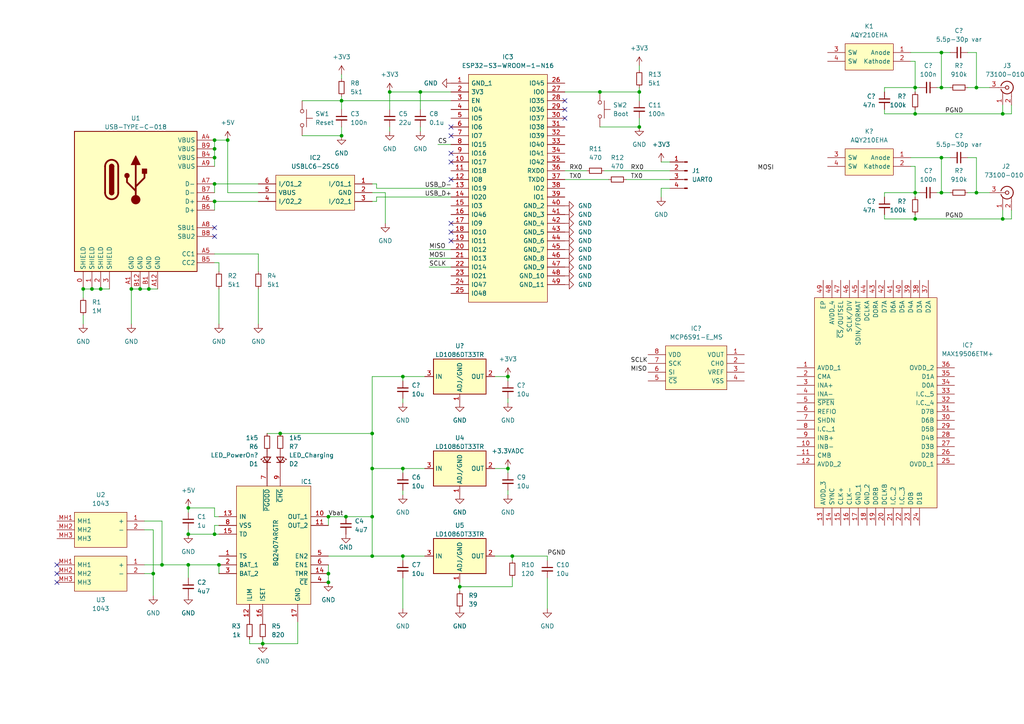
<source format=kicad_sch>
(kicad_sch (version 20211123) (generator eeschema)
  (paper "A4")
  (junction (at 107.95 161.29))
  (junction (at 265.43 55.88))
  (junction (at 29.21 83.82))
  (junction (at 116.84 109.22))
  (junction (at 107.95 135.89))
  (junction (at 24.13 83.82))
  (junction (at 147.32 109.22))
  (junction (at 76.2 186.69))
  (junction (at 147.32 135.89))
  (junction (at 265.43 63.5))
  (junction (at 107.95 149.86))
  (junction (at 185.42 26.67))
  (junction (at 100.33 149.86))
  (junction (at 107.95 125.73))
  (junction (at 273.05 25.4))
  (junction (at 283.21 25.4))
  (junction (at 265.43 25.4))
  (junction (at 185.42 36.83))
  (junction (at 273.05 55.88))
  (junction (at 62.23 58.42))
  (junction (at 81.28 125.73))
  (junction (at 40.64 83.82))
  (junction (at 54.61 163.83))
  (junction (at 283.21 55.88))
  (junction (at 54.61 147.32))
  (junction (at 113.03 26.67))
  (junction (at 273.05 15.24))
  (junction (at 62.23 45.72))
  (junction (at 95.25 166.37))
  (junction (at 148.59 161.29))
  (junction (at 173.99 26.67))
  (junction (at 38.1 83.82))
  (junction (at 62.23 154.94))
  (junction (at 99.06 29.21))
  (junction (at 290.83 63.5))
  (junction (at 265.43 33.02))
  (junction (at 99.06 39.37))
  (junction (at 62.23 40.64))
  (junction (at 46.99 163.83))
  (junction (at 62.23 43.18))
  (junction (at 26.67 83.82))
  (junction (at 63.5 163.83))
  (junction (at 273.05 45.72))
  (junction (at 54.61 154.94))
  (junction (at 62.23 53.34))
  (junction (at 121.92 26.67))
  (junction (at 116.84 135.89))
  (junction (at 95.25 168.91))
  (junction (at 43.18 83.82))
  (junction (at 290.83 33.02))
  (junction (at 95.25 149.86))
  (junction (at 44.45 166.37))
  (junction (at 133.35 170.18))
  (junction (at 116.84 161.29))
  (junction (at 66.04 40.64))
  (no_connect (at 16.51 166.37))
  (no_connect (at 16.51 163.83))
  (no_connect (at 16.51 168.91))
  (no_connect (at 62.23 66.04))
  (no_connect (at 62.23 68.58))
  (no_connect (at 163.83 31.75))
  (no_connect (at 163.83 34.29))
  (no_connect (at 130.81 36.83))
  (no_connect (at 130.81 39.37))
  (no_connect (at 130.81 52.07))
  (no_connect (at 130.81 44.45))
  (no_connect (at 130.81 46.99))
  (no_connect (at 130.81 64.77))
  (no_connect (at 130.81 67.31))
  (no_connect (at 130.81 69.85))
  (no_connect (at 163.83 29.21))
  (wire (pts (xy 54.61 154.94) (xy 62.23 154.94)))
  (wire (pts (xy 24.13 91.44) (xy 24.13 93.98)))
  (wire (pts (xy 62.23 73.66) (xy 74.93 73.66)))
  (wire (pts (xy 194.31 54.61) (xy 191.77 54.61)))
  (wire (pts (xy 148.59 162.56) (xy 148.59 161.29)))
  (wire (pts (xy 44.45 153.67) (xy 44.45 166.37)))
  (wire (pts (xy 265.43 17.78) (xy 265.43 25.4)))
  (wire (pts (xy 107.95 135.89) (xy 116.84 135.89)))
  (wire (pts (xy 99.06 29.21) (xy 130.81 29.21)))
  (wire (pts (xy 95.25 163.83) (xy 95.25 166.37)))
  (wire (pts (xy 273.05 25.4) (xy 271.78 25.4)))
  (wire (pts (xy 265.43 17.78) (xy 264.16 17.78)))
  (wire (pts (xy 181.61 52.07) (xy 194.31 52.07)))
  (wire (pts (xy 99.06 36.83) (xy 99.06 39.37)))
  (wire (pts (xy 72.39 185.42) (xy 72.39 186.69)))
  (wire (pts (xy 109.22 57.15) (xy 109.22 58.42)))
  (wire (pts (xy 62.23 154.94) (xy 62.23 152.4)))
  (wire (pts (xy 86.36 186.69) (xy 86.36 180.34)))
  (wire (pts (xy 163.83 26.67) (xy 173.99 26.67)))
  (wire (pts (xy 266.7 25.4) (xy 265.43 25.4)))
  (wire (pts (xy 62.23 149.86) (xy 62.23 147.32)))
  (wire (pts (xy 280.67 45.72) (xy 283.21 45.72)))
  (wire (pts (xy 147.32 135.89) (xy 147.32 137.16)))
  (wire (pts (xy 66.04 55.88) (xy 74.93 55.88)))
  (wire (pts (xy 275.59 55.88) (xy 273.05 55.88)))
  (wire (pts (xy 62.23 45.72) (xy 62.23 48.26)))
  (wire (pts (xy 273.05 15.24) (xy 273.05 25.4)))
  (wire (pts (xy 113.03 36.83) (xy 113.03 38.1)))
  (wire (pts (xy 265.43 31.75) (xy 265.43 33.02)))
  (wire (pts (xy 76.2 186.69) (xy 86.36 186.69)))
  (wire (pts (xy 143.51 135.89) (xy 147.32 135.89)))
  (wire (pts (xy 130.81 54.61) (xy 109.22 54.61)))
  (wire (pts (xy 265.43 25.4) (xy 256.54 25.4)))
  (wire (pts (xy 41.91 163.83) (xy 46.99 163.83)))
  (wire (pts (xy 43.18 83.82) (xy 45.72 83.82)))
  (wire (pts (xy 62.23 152.4) (xy 63.5 152.4)))
  (wire (pts (xy 63.5 83.82) (xy 63.5 93.98)))
  (wire (pts (xy 62.23 43.18) (xy 62.23 45.72)))
  (wire (pts (xy 109.22 54.61) (xy 109.22 53.34)))
  (wire (pts (xy 147.32 143.51) (xy 147.32 142.24)))
  (wire (pts (xy 44.45 166.37) (xy 44.45 172.72)))
  (wire (pts (xy 148.59 161.29) (xy 158.75 161.29)))
  (wire (pts (xy 121.92 26.67) (xy 121.92 31.75)))
  (wire (pts (xy 95.25 149.86) (xy 100.33 149.86)))
  (wire (pts (xy 191.77 54.61) (xy 191.77 57.15)))
  (wire (pts (xy 147.32 116.84) (xy 147.32 115.57)))
  (wire (pts (xy 256.54 63.5) (xy 265.43 63.5)))
  (wire (pts (xy 116.84 116.84) (xy 116.84 115.57)))
  (wire (pts (xy 290.83 60.96) (xy 290.83 63.5)))
  (wire (pts (xy 124.46 74.93) (xy 130.81 74.93)))
  (wire (pts (xy 173.99 26.67) (xy 185.42 26.67)))
  (wire (pts (xy 290.83 33.02) (xy 293.37 33.02)))
  (wire (pts (xy 275.59 15.24) (xy 273.05 15.24)))
  (wire (pts (xy 24.13 83.82) (xy 26.67 83.82)))
  (wire (pts (xy 283.21 25.4) (xy 280.67 25.4)))
  (wire (pts (xy 265.43 55.88) (xy 256.54 55.88)))
  (wire (pts (xy 123.19 109.22) (xy 116.84 109.22)))
  (wire (pts (xy 54.61 147.32) (xy 54.61 148.59)))
  (wire (pts (xy 38.1 83.82) (xy 40.64 83.82)))
  (wire (pts (xy 143.51 109.22) (xy 147.32 109.22)))
  (wire (pts (xy 87.63 29.21) (xy 99.06 29.21)))
  (wire (pts (xy 24.13 83.82) (xy 24.13 86.36)))
  (wire (pts (xy 265.43 25.4) (xy 265.43 26.67)))
  (wire (pts (xy 109.22 53.34) (xy 107.95 53.34)))
  (wire (pts (xy 265.43 63.5) (xy 290.83 63.5)))
  (wire (pts (xy 158.75 176.53) (xy 158.75 167.64)))
  (wire (pts (xy 107.95 55.88) (xy 111.76 55.88)))
  (wire (pts (xy 266.7 55.88) (xy 265.43 55.88)))
  (wire (pts (xy 26.67 83.82) (xy 29.21 83.82)))
  (wire (pts (xy 62.23 40.64) (xy 62.23 43.18)))
  (wire (pts (xy 76.2 185.42) (xy 76.2 186.69)))
  (wire (pts (xy 283.21 55.88) (xy 280.67 55.88)))
  (wire (pts (xy 275.59 45.72) (xy 273.05 45.72)))
  (wire (pts (xy 113.03 26.67) (xy 121.92 26.67)))
  (wire (pts (xy 54.61 163.83) (xy 63.5 163.83)))
  (wire (pts (xy 62.23 76.2) (xy 63.5 76.2)))
  (wire (pts (xy 40.64 83.82) (xy 43.18 83.82)))
  (wire (pts (xy 265.43 55.88) (xy 265.43 57.15)))
  (wire (pts (xy 99.06 27.94) (xy 99.06 29.21)))
  (wire (pts (xy 41.91 153.67) (xy 44.45 153.67)))
  (wire (pts (xy 127 41.91) (xy 130.81 41.91)))
  (wire (pts (xy 256.54 25.4) (xy 256.54 26.67)))
  (wire (pts (xy 191.77 46.99) (xy 194.31 46.99)))
  (wire (pts (xy 148.59 170.18) (xy 133.35 170.18)))
  (wire (pts (xy 107.95 161.29) (xy 95.25 161.29)))
  (wire (pts (xy 293.37 63.5) (xy 293.37 60.96)))
  (wire (pts (xy 54.61 163.83) (xy 54.61 167.64)))
  (wire (pts (xy 116.84 143.51) (xy 116.84 142.24)))
  (wire (pts (xy 116.84 176.53) (xy 116.84 167.64)))
  (wire (pts (xy 46.99 163.83) (xy 54.61 163.83)))
  (wire (pts (xy 124.46 77.47) (xy 130.81 77.47)))
  (wire (pts (xy 116.84 135.89) (xy 116.84 137.16)))
  (wire (pts (xy 256.54 33.02) (xy 265.43 33.02)))
  (wire (pts (xy 99.06 29.21) (xy 99.06 31.75)))
  (wire (pts (xy 63.5 76.2) (xy 63.5 78.74)))
  (wire (pts (xy 74.93 83.82) (xy 74.93 93.98)))
  (wire (pts (xy 273.05 45.72) (xy 264.16 45.72)))
  (wire (pts (xy 283.21 45.72) (xy 283.21 55.88)))
  (wire (pts (xy 173.99 36.83) (xy 185.42 36.83)))
  (wire (pts (xy 124.46 72.39) (xy 130.81 72.39)))
  (wire (pts (xy 185.42 34.29) (xy 185.42 36.83)))
  (wire (pts (xy 158.75 161.29) (xy 158.75 162.56)))
  (wire (pts (xy 175.26 49.53) (xy 194.31 49.53)))
  (wire (pts (xy 46.99 151.13) (xy 46.99 163.83)))
  (wire (pts (xy 109.22 58.42) (xy 107.95 58.42)))
  (wire (pts (xy 107.95 109.22) (xy 116.84 109.22)))
  (wire (pts (xy 107.95 135.89) (xy 107.95 149.86)))
  (wire (pts (xy 290.83 30.48) (xy 290.83 33.02)))
  (wire (pts (xy 62.23 58.42) (xy 62.23 60.96)))
  (wire (pts (xy 62.23 58.42) (xy 74.93 58.42)))
  (wire (pts (xy 185.42 19.05) (xy 185.42 20.32)))
  (wire (pts (xy 265.43 62.23) (xy 265.43 63.5)))
  (wire (pts (xy 148.59 167.64) (xy 148.59 170.18)))
  (wire (pts (xy 116.84 109.22) (xy 116.84 110.49)))
  (wire (pts (xy 113.03 26.67) (xy 113.03 31.75)))
  (wire (pts (xy 107.95 149.86) (xy 107.95 161.29)))
  (wire (pts (xy 107.95 125.73) (xy 107.95 135.89)))
  (wire (pts (xy 116.84 161.29) (xy 123.19 161.29)))
  (wire (pts (xy 256.54 31.75) (xy 256.54 33.02)))
  (wire (pts (xy 280.67 15.24) (xy 283.21 15.24)))
  (wire (pts (xy 283.21 15.24) (xy 283.21 25.4)))
  (wire (pts (xy 41.91 151.13) (xy 46.99 151.13)))
  (wire (pts (xy 163.83 49.53) (xy 170.18 49.53)))
  (wire (pts (xy 293.37 33.02) (xy 293.37 30.48)))
  (wire (pts (xy 38.1 83.82) (xy 38.1 93.98)))
  (wire (pts (xy 130.81 57.15) (xy 109.22 57.15)))
  (wire (pts (xy 95.25 149.86) (xy 95.25 152.4)))
  (wire (pts (xy 273.05 45.72) (xy 273.05 55.88)))
  (wire (pts (xy 116.84 161.29) (xy 116.84 162.56)))
  (wire (pts (xy 265.43 48.26) (xy 264.16 48.26)))
  (wire (pts (xy 87.63 39.37) (xy 99.06 39.37)))
  (wire (pts (xy 147.32 109.22) (xy 147.32 110.49)))
  (wire (pts (xy 148.59 161.29) (xy 143.51 161.29)))
  (wire (pts (xy 275.59 25.4) (xy 273.05 25.4)))
  (wire (pts (xy 99.06 21.59) (xy 99.06 22.86)))
  (wire (pts (xy 107.95 161.29) (xy 116.84 161.29)))
  (wire (pts (xy 121.92 26.67) (xy 130.81 26.67)))
  (wire (pts (xy 121.92 36.83) (xy 121.92 38.1)))
  (wire (pts (xy 290.83 63.5) (xy 293.37 63.5)))
  (wire (pts (xy 62.23 147.32) (xy 54.61 147.32)))
  (wire (pts (xy 133.35 168.91) (xy 133.35 170.18)))
  (wire (pts (xy 111.76 55.88) (xy 111.76 64.77)))
  (wire (pts (xy 273.05 55.88) (xy 271.78 55.88)))
  (wire (pts (xy 62.23 53.34) (xy 74.93 53.34)))
  (wire (pts (xy 72.39 186.69) (xy 76.2 186.69)))
  (wire (pts (xy 123.19 135.89) (xy 116.84 135.89)))
  (wire (pts (xy 107.95 125.73) (xy 107.95 109.22)))
  (wire (pts (xy 287.02 25.4) (xy 283.21 25.4)))
  (wire (pts (xy 185.42 25.4) (xy 185.42 26.67)))
  (wire (pts (xy 265.43 48.26) (xy 265.43 55.88)))
  (wire (pts (xy 133.35 170.18) (xy 133.35 171.45)))
  (wire (pts (xy 63.5 149.86) (xy 62.23 149.86)))
  (wire (pts (xy 62.23 53.34) (xy 62.23 55.88)))
  (wire (pts (xy 265.43 33.02) (xy 290.83 33.02)))
  (wire (pts (xy 256.54 55.88) (xy 256.54 57.15)))
  (wire (pts (xy 77.47 125.73) (xy 81.28 125.73)))
  (wire (pts (xy 62.23 40.64) (xy 66.04 40.64)))
  (wire (pts (xy 66.04 55.88) (xy 66.04 40.64)))
  (wire (pts (xy 81.28 125.73) (xy 107.95 125.73)))
  (wire (pts (xy 54.61 153.67) (xy 54.61 154.94)))
  (wire (pts (xy 63.5 163.83) (xy 63.5 166.37)))
  (wire (pts (xy 287.02 55.88) (xy 283.21 55.88)))
  (wire (pts (xy 62.23 154.94) (xy 63.5 154.94)))
  (wire (pts (xy 273.05 15.24) (xy 264.16 15.24)))
  (wire (pts (xy 256.54 62.23) (xy 256.54 63.5)))
  (wire (pts (xy 100.33 149.86) (xy 107.95 149.86)))
  (wire (pts (xy 74.93 73.66) (xy 74.93 78.74)))
  (wire (pts (xy 29.21 83.82) (xy 31.75 83.82)))
  (wire (pts (xy 44.45 166.37) (xy 41.91 166.37)))
  (wire (pts (xy 95.25 166.37) (xy 95.25 168.91)))
  (wire (pts (xy 185.42 26.67) (xy 185.42 29.21)))
  (wire (pts (xy 163.83 52.07) (xy 176.53 52.07)))
  (label "TX0" (at 182.88 52.07 0))
  (label "CS" (at 127 41.91 0))
  (label "MISO" (at 124.46 72.39 0))
  (label "USB_D+" (at 123.19 57.15 0))
  (label "TX0" (at 165.1 52.07 0))
  (label "Vbat" (at 95.25 149.86 0))
  (label "PGND" (at 279.4 63.5 180))
  (label "SCLK" (at 124.46 77.47 0))
  (label "RX0" (at 182.88 49.53 0))
  (label "USB_D-" (at 123.19 54.61 0))
  (label "PGND" (at 279.4 33.02 180))
  (label "SCLK" (at 182.88 105.41 0))
  (label "PGND" (at 158.75 161.29 0))
  (label "MOSI" (at 124.46 74.93 0))
  (label "RX0" (at 165.1 49.53 0))
  (label "MISO" (at 182.88 107.95 0))
  (label "MOSI" (at 219.71 49.53 0))
  (symbol (lib_id "Device:C_Small") (at 99.06 34.29 0) (unit 1)
    (property "Reference" "C3" (at 101.6 33.0262 0) (effects (justify left)))
    (property "Value" "100n" (at 101.6 35.5662 0) (effects (justify left)))
    (property "Footprint" "Capacitor_SMD:C_1206_3216Metric_Pad1.33x1.80mm_HandSolder" (effects hide))
  )
  (symbol (lib_id "project_library:1043") (at 41.91 151.13 0) (mirror y) (unit 1)
    (property "Reference" "U2" (at 29.21 143.51 0))
    (property "Value" "1043" (at 29.21 146.05 0))
    (property "Footprint" "project_library:1043" (effects hide))
    (property "Datasheet" "http://www.keyelco.com/product-pdf.cfm?p=919" (effects hide))
    (property "Description" "KEYSTONE - 1043 - BATTERY HOLDER, 18650, TH" (effects hide))
    (property "Height" "14.86" (effects hide))
    (property "Mouser Part Number" "534-1043" (effects hide))
    (property "Mouser Price/Stock" "https://www.mouser.co.uk/ProductDetail/Keystone-Electronics/1043?qs=%2F7TOpeL5Mz6j%2FnxeOA1rsg%3D%3D" (effects hide))
    (property "Manufacturer_Name" "Keystone Electronics" (effects hide))
    (property "Manufacturer_Part_Number" "1043" (effects hide))
  )
  (symbol (lib_id "power:+5V") (at 54.61 147.32 0) (unit 1)
    (property "Reference" "#PWR04" (effects hide))
    (property "Value" "+5V" (at 54.61 142.24 0))
  )
  (symbol (lib_id "Device:C_Small") (at 147.32 139.7 0) (unit 1)
    (property "Reference" "C9" (at 149.86 138.4362 0) (effects (justify left)))
    (property "Value" "10u" (at 149.86 140.9762 0) (effects (justify left)))
    (property "Footprint" "Capacitor_SMD:C_1206_3216Metric_Pad1.33x1.80mm_HandSolder" (effects hide))
  )
  (symbol (lib_id "power:GND") (at 158.75 176.53 0) (unit 1)
    (property "Reference" "#PWR026" (effects hide))
    (property "Value" "GND" (at 158.75 181.61 0))
  )
  (symbol (lib_id "Device:R_Small") (at 185.42 22.86 0) (unit 1)
    (property "Reference" "R13" (at 187.96 21.5899 0) (effects (justify left)))
    (property "Value" "5k1" (at 187.96 24.1299 0) (effects (justify left)))
    (property "Footprint" "Resistor_SMD:R_1206_3216Metric_Pad1.30x1.75mm_HandSolder" (effects hide))
  )
  (symbol (lib_id "project_library:AQY210EHA") (at 260.35 15.24 0) (mirror y) (unit 1)
    (property "Reference" "K1" (at 252.095 7.62 0))
    (property "Value" "AQY210EHA" (at 252.095 10.16 0))
    (property "Footprint" "project_library:AQY210EHAX" (effects hide))
    (property "Datasheet" "https://www3.panasonic.biz/ac/e/search_num/index.jsp?c=detail&part_no=AQY210EHA" (effects hide))
    (property "Description" "PANASONIC - AQY210EHA - RELAY, PHOTOMOS, SPNO" (effects hide))
    (property "Height" "3.15" (effects hide))
    (property "Mouser Part Number" "769-AQY210EHA" (effects hide))
    (property "Mouser Price/Stock" "https://www.mouser.co.uk/ProductDetail/Panasonic-Industrial-Devices/AQY210EHA?qs=QVBMgXxBiLwG4GaWjFZuZg%3D%3D" (effects hide))
    (property "Manufacturer_Name" "Panasonic" (effects hide))
    (property "Manufacturer_Part_Number" "AQY210EHA" (effects hide))
  )
  (symbol (lib_id "Device:R_Small") (at 265.43 59.69 0) (mirror y) (unit 1)
    (property "Reference" "R?" (at 262.89 58.4199 0) (effects (justify left)))
    (property "Value" "100k" (at 262.89 60.9599 0) (effects (justify left)))
    (property "Footprint" "Resistor_SMD:R_1206_3216Metric_Pad1.30x1.75mm_HandSolder" (effects hide))
  )
  (symbol (lib_id "project_library:MAX19506ETM+") (at 231.14 106.68 0) (unit 1)
    (property "Reference" "IC?" (at 280.67 100.1012 0))
    (property "Value" "MAX19506ETM+" (at 280.67 102.6412 0))
    (property "Footprint" "QFN50P700X700X80-49N" (effects hide))
    (property "Datasheet" "https://datasheets.maximintegrated.com/en/ds/MAX19506.pdf" (effects hide))
    (property "Description" "MAXIM INTEGRATED PRODUCTS - MAX19506ETM+ - Analogue to Digital Converter, 8 bit, 100 MSPS, Differential, Single Ended, Parallel, Single, 1.7 V" (effects hide))
    (property "Height" "0.8" (effects hide))
    (property "Mouser Part Number" "700-MAX19506ETM" (effects hide))
    (property "Mouser Price/Stock" "https://www.mouser.co.uk/ProductDetail/Maxim-Integrated/MAX19506ETM%2b?qs=d3kjJb5aE2b%2FSZIhvrmHhQ%3D%3D" (effects hide))
    (property "Manufacturer_Name" "Analog Devices" (effects hide))
    (property "Manufacturer_Part_Number" "MAX19506ETM+" (effects hide))
  )
  (symbol (lib_id "power:GND") (at 163.83 62.23 90) (unit 1)
    (property "Reference" "#PWR028" (effects hide))
    (property "Value" "GND" (at 167.64 62.2299 90) (effects (justify right)))
  )
  (symbol (lib_id "power:GND") (at 185.42 36.83 0) (unit 1)
    (property "Reference" "#PWR038" (effects hide))
    (property "Value" "GND" (at 185.42 41.91 0))
  )
  (symbol (lib_id "Device:R_Small") (at 24.13 88.9 0) (unit 1)
    (property "Reference" "R1" (at 26.67 87.6299 0) (effects (justify left)))
    (property "Value" "1M" (at 26.67 90.1699 0) (effects (justify left)))
    (property "Footprint" "Resistor_SMD:R_1206_3216Metric_Pad1.30x1.75mm_HandSolder" (effects hide))
  )
  (symbol (lib_id "power:GND") (at 74.93 93.98 0) (unit 1)
    (property "Reference" "#PWR09" (effects hide))
    (property "Value" "GND" (at 74.93 99.06 0))
  )
  (symbol (lib_id "project_library:73100-0105") (at 283.21 57.15 0) (unit 1)
    (property "Reference" "J2" (at 291.7828 48.26 0))
    (property "Value" "73100-0105" (at 291.7828 50.8 0))
    (property "Footprint" "73100-0105" (effects hide))
    (property "Description" "MOLEX - 73100-0105 - RF/COAXIAL, BNC JACK, R/A, 50 OHM, SOLDER" (effects hide))
    (property "Mouser Part Number" "538-73100-0105" (effects hide))
    (property "Mouser Price/Stock" "https://www.mouser.co.uk/ProductDetail/Molex/73100-0105?qs=K8BHR703ZXgAHDUsVPihfA%3D%3D" (effects hide))
    (property "Manufacturer_Name" "Molex" (effects hide))
    (property "Manufacturer_Part_Number" "73100-0105" (effects hide))
  )
  (symbol (lib_id "power:GND") (at 95.25 168.91 0) (unit 1)
    (property "Reference" "#PWR011" (effects hide))
    (property "Value" "GND" (at 95.25 173.99 0))
  )
  (symbol (lib_id "Device:C_Small") (at 256.54 59.69 0) (mirror y) (unit 1)
    (property "Reference" "C?" (at 254 58.4262 0) (effects (justify left)))
    (property "Value" "47n" (at 254 60.9662 0) (effects (justify left)))
    (property "Footprint" "Capacitor_SMD:C_1206_3216Metric_Pad1.33x1.80mm_HandSolder" (effects hide))
  )
  (symbol (lib_id "Device:R_Small") (at 278.13 25.4 270) (mirror x) (unit 1)
    (property "Reference" "R?" (at 278.13 19.05 90))
    (property "Value" "910k" (at 278.13 21.59 90))
  )
  (symbol (lib_id "power:GND") (at 24.13 93.98 0) (unit 1)
    (property "Reference" "#PWR01" (effects hide))
    (property "Value" "GND" (at 24.13 99.06 0))
  )
  (symbol (lib_id "Device:LED_Small") (at 77.47 133.35 90) (unit 1)
    (property "Reference" "D1" (at 74.93 134.5566 90) (effects (justify left)))
    (property "Value" "LED_PowerOn?" (at 74.93 132.0166 90) (effects (justify left)))
    (property "Footprint" "LED_SMD:LED_2512_6332Metric_Pad1.52x3.35mm_HandSolder" (effects hide))
  )
  (symbol (lib_id "Device:C_Small") (at 113.03 34.29 0) (unit 1)
    (property "Reference" "C5" (at 115.57 33.0262 0) (effects (justify left)))
    (property "Value" "22u" (at 115.57 35.5662 0) (effects (justify left)))
    (property "Footprint" "Capacitor_SMD:C_1206_3216Metric_Pad1.33x1.80mm_HandSolder" (effects hide))
  )
  (symbol (lib_id "Device:LED_Small") (at 81.28 133.35 270) (mirror x) (unit 1)
    (property "Reference" "D2" (at 83.82 134.5566 90) (effects (justify left)))
    (property "Value" "LED_Charging" (at 83.82 132.0166 90) (effects (justify left)))
    (property "Footprint" "LED_SMD:LED_2512_6332Metric_Pad1.52x3.35mm_HandSolder" (effects hide))
  )
  (symbol (lib_id "Switch:SW_Push") (at 173.99 31.75 270) (unit 1)
    (property "Reference" "SW2" (at 177.8 30.4799 90) (effects (justify left)))
    (property "Value" "Boot" (at 177.8 33.0199 90) (effects (justify left)))
    (property "Footprint" "project_library:SW_TS-1187A-B-A-B" (effects hide))
  )
  (symbol (lib_id "Device:C_Small") (at 158.75 165.1 0) (unit 1)
    (property "Reference" "C10" (at 161.29 163.8362 0) (effects (justify left)))
    (property "Value" "10u" (at 161.29 166.3762 0) (effects (justify left)))
    (property "Footprint" "Capacitor_SMD:C_1206_3216Metric_Pad1.33x1.80mm_HandSolder" (effects hide))
  )
  (symbol (lib_id "Device:R_Small") (at 265.43 29.21 0) (mirror y) (unit 1)
    (property "Reference" "R?" (at 262.89 27.9399 0) (effects (justify left)))
    (property "Value" "100k" (at 262.89 30.4799 0) (effects (justify left)))
    (property "Footprint" "Resistor_SMD:R_1206_3216Metric_Pad1.30x1.75mm_HandSolder" (effects hide))
  )
  (symbol (lib_id "power:GND") (at 44.45 172.72 0) (unit 1)
    (property "Reference" "#PWR03" (effects hide))
    (property "Value" "GND" (at 44.45 177.8 0))
  )
  (symbol (lib_id "Device:C_Small") (at 185.42 31.75 0) (unit 1)
    (property "Reference" "C11" (at 187.96 30.4862 0) (effects (justify left)))
    (property "Value" "100n" (at 187.96 33.0262 0) (effects (justify left)))
    (property "Footprint" "Capacitor_SMD:C_1206_3216Metric_Pad1.33x1.80mm_HandSolder" (effects hide))
  )
  (symbol (lib_id "project_library:USB-TYPE-C-018") (at 38.1 38.1 0) (unit 1)
    (property "Reference" "U1" (at 39.37 34.29 0))
    (property "Value" "USB-TYPE-C-018" (at 39.37 36.83 0))
    (property "Footprint" "project_library:USB-TYPE-C-018" (effects hide))
    (property "Datasheet" "https://so.szlcsc.com/global.html?c=&k=C165948" (effects hide))
    (property "LCSC" "C2927038" (effects hide))
  )
  (symbol (lib_id "power:GND") (at 99.06 39.37 0) (unit 1)
    (property "Reference" "#PWR013" (effects hide))
    (property "Value" "GND" (at 99.06 44.45 0))
  )
  (symbol (lib_id "power:GND") (at 147.32 143.51 0) (unit 1)
    (property "Reference" "#PWR025" (effects hide))
    (property "Value" "GND" (at 147.32 148.59 0))
  )
  (symbol (lib_id "Device:R_Small") (at 172.72 49.53 90) (unit 1)
    (property "Reference" "R11" (at 172.72 43.18 90))
    (property "Value" "470" (at 172.72 45.72 90))
    (property "Footprint" "Resistor_SMD:R_1206_3216Metric_Pad1.30x1.75mm_HandSolder" (effects hide))
  )
  (symbol (lib_id "project_library:BQ24074RGTR") (at 64.77 151.13 0) (unit 1)
    (property "Reference" "IC1" (at 88.9 139.7 0))
    (property "Value" "BQ24074RGTR" (at 80.01 157.48 90))
    (property "Footprint" "project_library:BQ24074RGTR" (effects hide))
    (property "Datasheet" "http://www.ti.com/lit/ds/symlink/bq24074.pdf" (effects hide))
    (property "Description" "USB-Friendly Li-Ion Battery Charger and Power-Path Management IC, 10.5V OVP" (effects hide))
    (property "Height" "1" (effects hide))
    (property "Mouser Part Number" "595-BQ24074RGTR" (effects hide))
    (property "Mouser Price/Stock" "https://www.mouser.co.uk/ProductDetail/Texas-Instruments/BQ24074RGTR?qs=ZV%2Fxhq4oszp2Nll7fIx5wg%3D%3D" (effects hide))
    (property "Manufacturer_Name" "Texas Instruments" (effects hide))
    (property "Manufacturer_Part_Number" "BQ24074RGTR" (effects hide))
  )
  (symbol (lib_id "Device:C_Small") (at 269.24 25.4 270) (mirror x) (unit 1)
    (property "Reference" "C?" (at 269.2337 19.05 90))
    (property "Value" "100n" (at 269.2337 21.59 90))
  )
  (symbol (lib_id "power:GND") (at 163.83 80.01 90) (unit 1)
    (property "Reference" "#PWR035" (effects hide))
    (property "Value" "GND" (at 167.64 80.0099 90) (effects (justify right)))
  )
  (symbol (lib_id "power:GND") (at 133.35 176.53 0) (unit 1)
    (property "Reference" "#PWR023" (effects hide))
    (property "Value" "GND" (at 133.35 181.61 0))
  )
  (symbol (lib_id "power:GND") (at 100.33 154.94 0) (unit 1)
    (property "Reference" "#PWR014" (effects hide))
    (property "Value" "GND" (at 100.33 158.75 0))
  )
  (symbol (lib_id "power:+3.3V") (at 113.03 26.67 0) (unit 1)
    (property "Reference" "#PWR016" (effects hide))
    (property "Value" "+3.3V" (at 113.03 21.59 0))
  )
  (symbol (lib_id "Device:C_Small") (at 54.61 151.13 0) (unit 1)
    (property "Reference" "C1" (at 57.15 149.8662 0) (effects (justify left)))
    (property "Value" "1u" (at 57.15 152.4062 0) (effects (justify left)))
    (property "Footprint" "Capacitor_SMD:C_1206_3216Metric_Pad1.33x1.80mm_HandSolder" (effects hide))
  )
  (symbol (lib_id "Device:C_Small") (at 121.92 34.29 0) (unit 1)
    (property "Reference" "C8" (at 124.46 33.0262 0) (effects (justify left)))
    (property "Value" "0.1u" (at 124.46 35.5662 0) (effects (justify left)))
    (property "Footprint" "Capacitor_SMD:C_1206_3216Metric_Pad1.33x1.80mm_HandSolder" (effects hide))
  )
  (symbol (lib_id "project_library:1043") (at 41.91 163.83 0) (mirror y) (unit 1)
    (property "Reference" "U3" (at 29.21 173.99 0))
    (property "Value" "1043" (at 29.21 176.53 0))
    (property "Footprint" "project_library:1043" (effects hide))
    (property "Datasheet" "http://www.keyelco.com/product-pdf.cfm?p=919" (effects hide))
    (property "Description" "KEYSTONE - 1043 - BATTERY HOLDER, 18650, TH" (effects hide))
    (property "Height" "14.86" (effects hide))
    (property "Mouser Part Number" "534-1043" (effects hide))
    (property "Mouser Price/Stock" "https://www.mouser.co.uk/ProductDetail/Keystone-Electronics/1043?qs=%2F7TOpeL5Mz6j%2FnxeOA1rsg%3D%3D" (effects hide))
    (property "Manufacturer_Name" "Keystone Electronics" (effects hide))
    (property "Manufacturer_Part_Number" "1043" (effects hide))
  )
  (symbol (lib_id "power:GND") (at 163.83 72.39 90) (unit 1)
    (property "Reference" "#PWR032" (effects hide))
    (property "Value" "GND" (at 167.64 72.3899 90) (effects (justify right)))
  )
  (symbol (lib_id "Device:R_Small") (at 133.35 173.99 0) (unit 1)
    (property "Reference" "R9" (at 135.89 172.7199 0) (effects (justify left)))
    (property "Value" "39" (at 135.89 175.2599 0) (effects (justify left)))
    (property "Footprint" "Resistor_SMD:R_1206_3216Metric_Pad1.30x1.75mm_HandSolder" (effects hide))
  )
  (symbol (lib_id "power:GND") (at 130.81 24.13 270) (unit 1)
    (property "Reference" "#PWR021" (effects hide))
    (property "Value" "GND" (at 127 24.1299 90) (effects (justify right)))
  )
  (symbol (lib_id "Device:C_Small") (at 116.84 139.7 0) (unit 1)
    (property "Reference" "C6" (at 119.38 138.4362 0) (effects (justify left)))
    (property "Value" "10u" (at 119.38 140.9762 0) (effects (justify left)))
    (property "Footprint" "Capacitor_SMD:C_1206_3216Metric_Pad1.33x1.80mm_HandSolder" (effects hide))
  )
  (symbol (lib_id "Device:R_Small") (at 179.07 52.07 90) (unit 1)
    (property "Reference" "R12" (at 179.07 45.72 90))
    (property "Value" "470" (at 179.07 48.26 90))
    (property "Footprint" "Resistor_SMD:R_1206_3216Metric_Pad1.30x1.75mm_HandSolder" (effects hide))
  )
  (symbol (lib_id "Regulator_Linear:LD1086DT33TR") (at 133.35 135.89 0) (unit 1)
    (property "Reference" "U4" (at 133.35 127 0))
    (property "Value" "LD1086DT33TR" (at 133.35 129.54 0))
    (property "Footprint" "Package_TO_SOT_SMD:TO-252-2" (effects hide))
    (property "Datasheet" "https://www.st.com/resource/en/datasheet/ld1086.pdf" (effects hide))
  )
  (symbol (lib_id "power:GND") (at 116.84 143.51 0) (unit 1)
    (property "Reference" "#PWR018" (effects hide))
    (property "Value" "GND" (at 116.84 148.59 0))
  )
  (symbol (lib_id "power:+5V") (at 66.04 40.64 0) (unit 1)
    (property "Reference" "#PWR08" (effects hide))
    (property "Value" "+5V" (at 66.04 35.56 0))
  )
  (symbol (lib_id "Device:C_Small") (at 54.61 170.18 0) (unit 1)
    (property "Reference" "C2" (at 57.15 168.9162 0) (effects (justify left)))
    (property "Value" "4u7" (at 57.15 171.4562 0) (effects (justify left)))
    (property "Footprint" "Capacitor_SMD:C_1206_3216Metric_Pad1.33x1.80mm_HandSolder" (effects hide))
  )
  (symbol (lib_id "Device:R_Small") (at 76.2 182.88 0) (unit 1)
    (property "Reference" "R5" (at 78.74 181.61 0) (effects (justify left)))
    (property "Value" "820" (at 78.74 184.15 0) (effects (justify left)))
    (property "Footprint" "Resistor_SMD:R_1206_3216Metric_Pad1.30x1.75mm_HandSolder" (effects hide))
  )
  (symbol (lib_id "Device:C_Small") (at 116.84 113.03 0) (unit 1)
    (property "Reference" "C?" (at 119.38 111.7662 0) (effects (justify left)))
    (property "Value" "10u" (at 119.38 114.3062 0) (effects (justify left)))
    (property "Footprint" "Capacitor_SMD:C_1206_3216Metric_Pad1.33x1.80mm_HandSolder" (effects hide))
  )
  (symbol (lib_id "power:GND") (at 76.2 186.69 0) (unit 1)
    (property "Reference" "#PWR010" (effects hide))
    (property "Value" "GND" (at 76.2 191.77 0))
  )
  (symbol (lib_id "power:GND") (at 163.83 64.77 90) (unit 1)
    (property "Reference" "#PWR029" (effects hide))
    (property "Value" "GND" (at 167.64 64.7699 90) (effects (justify right)))
  )
  (symbol (lib_id "power:GND") (at 133.35 143.51 0) (unit 1)
    (property "Reference" "#PWR022" (effects hide))
    (property "Value" "GND" (at 133.35 148.59 0))
  )
  (symbol (lib_id "power:GND") (at 133.35 116.84 0) (unit 1)
    (property "Reference" "#PWR?" (effects hide))
    (property "Value" "GND" (at 133.35 121.92 0))
  )
  (symbol (lib_id "power:GND") (at 121.92 38.1 0) (unit 1)
    (property "Reference" "#PWR020" (effects hide))
    (property "Value" "GND" (at 121.92 43.18 0))
  )
  (symbol (lib_id "Connector:Conn_01x04_Male") (at 199.39 49.53 0) (mirror y) (unit 1)
    (property "Reference" "J1" (at 200.66 49.5299 0) (effects (justify right)))
    (property "Value" "UART0" (at 200.66 52.0699 0) (effects (justify right)))
    (property "Footprint" "Connector_PinHeader_2.54mm:PinHeader_1x04_P2.54mm_Vertical" (effects hide))
  )
  (symbol (lib_id "power:GND") (at 163.83 67.31 90) (unit 1)
    (property "Reference" "#PWR030" (effects hide))
    (property "Value" "GND" (at 167.64 67.3099 90) (effects (justify right)))
  )
  (symbol (lib_id "power:GND") (at 113.03 38.1 0) (unit 1)
    (property "Reference" "#PWR017" (effects hide))
    (property "Value" "GND" (at 113.03 43.18 0))
  )
  (symbol (lib_id "project_library:ESP32-S3-WROOM-1-N16") (at 130.81 24.13 0) (unit 1)
    (property "Reference" "IC3" (at 147.32 16.51 0))
    (property "Value" "ESP32-S3-WROOM-1-N16" (at 147.32 19.05 0))
    (property "Footprint" "project_library:ESP32-S3-WROOM-1" (effects hide))
    (property "Datasheet" "https://www.espressif.com/sites/default/files/documentation/esp32-s3-wroom-1_wroom-1u_datasheet_en.pdf" (effects hide))
    (property "Description" "WiFi Modules - 802.11 [Engineering Samples] SMD Module, ESP32-S3, 16 MB SPI Flash, PCB Antenna" (effects hide))
    (property "Height" "3.25" (effects hide))
    (property "Manufacturer_Name" "Espressif Systems" (effects hide))
    (property "Manufacturer_Part_Number" "ESP32-S3-WROOM-1-N16" (effects hide))
    (property "Mouser Part Number" "356-ESP32S3WROOM1N16" (effects hide))
    (property "Mouser Price/Stock" "https://www.mouser.co.uk/ProductDetail/Espressif-Systems/ESP32-S3-WROOM-1-N16?qs=Li%252BoUPsLEntjPrtJwwS5Pw%3D%3D" (effects hide))
  )
  (symbol (lib_id "project_library:USBLC6-2SC6") (at 107.95 53.34 0) (mirror y) (unit 1)
    (property "Reference" "IC2" (at 91.44 45.72 0))
    (property "Value" "USBLC6-2SC6" (at 91.44 48.26 0))
    (property "Footprint" "project_library:USBLC6-2SC6" (effects hide))
    (property "Datasheet" "http://www.st.com/st-web-ui/static/active/en/resource/technical/document/datasheet/CD00050750.pdf" (effects hide))
    (property "Description" "TVS Diode Array Uni-Directional USBLC6-2SC6 17V, SOT-23 6-Pin" (effects hide))
    (property "Height" "1.45" (effects hide))
    (property "Mouser Part Number" "511-USBLC6-2SC6" (effects hide))
    (property "Mouser Price/Stock" "https://www.mouser.co.uk/ProductDetail/STMicroelectronics/USBLC6-2SC6?qs=po45yt2pPpu%2FhNIlwQdTlg%3D%3D" (effects hide))
    (property "Manufacturer_Name" "STMicroelectronics" (effects hide))
    (property "Manufacturer_Part_Number" "USBLC6-2SC6" (effects hide))
  )
  (symbol (lib_id "Device:R_Small") (at 99.06 25.4 0) (unit 1)
    (property "Reference" "R8" (at 101.6 24.1299 0) (effects (justify left)))
    (property "Value" "5k1" (at 101.6 26.6699 0) (effects (justify left)))
    (property "Footprint" "Resistor_SMD:R_1206_3216Metric_Pad1.30x1.75mm_HandSolder" (effects hide))
  )
  (symbol (lib_id "Device:R_Small") (at 77.47 128.27 180) (unit 1)
    (property "Reference" "R6" (at 74.93 129.5401 0) (effects (justify left)))
    (property "Value" "1k5" (at 74.93 127.0001 0) (effects (justify left)))
    (property "Footprint" "Resistor_SMD:R_1206_3216Metric_Pad1.30x1.75mm_HandSolder" (effects hide))
  )
  (symbol (lib_id "power:GND") (at 191.77 57.15 0) (unit 1)
    (property "Reference" "#PWR040" (effects hide))
    (property "Value" "GND" (at 191.77 62.23 0))
  )
  (symbol (lib_id "Device:C_Small") (at 269.24 55.88 270) (mirror x) (unit 1)
    (property "Reference" "C?" (at 269.2337 49.53 90))
    (property "Value" "100n" (at 269.2337 52.07 90))
  )
  (symbol (lib_id "power:GND") (at 116.84 176.53 0) (unit 1)
    (property "Reference" "#PWR019" (effects hide))
    (property "Value" "GND" (at 116.84 181.61 0))
  )
  (symbol (lib_id "Device:C_Small") (at 116.84 165.1 0) (unit 1)
    (property "Reference" "C7" (at 119.38 163.8362 0) (effects (justify left)))
    (property "Value" "10u" (at 119.38 166.3762 0) (effects (justify left)))
    (property "Footprint" "Capacitor_SMD:C_1206_3216Metric_Pad1.33x1.80mm_HandSolder" (effects hide))
  )
  (symbol (lib_id "Device:R_Small") (at 278.13 55.88 270) (mirror x) (unit 1)
    (property "Reference" "R?" (at 278.13 49.53 90))
    (property "Value" "910k" (at 278.13 52.07 90))
  )
  (symbol (lib_id "Device:C_Small") (at 278.13 15.24 270) (mirror x) (unit 1)
    (property "Reference" "C?" (at 278.1237 8.89 90))
    (property "Value" "5.5p-30p var" (at 278.1237 11.43 90))
    (property "Footprint" "project_library:JZ300" (effects hide))
  )
  (symbol (lib_id "Device:C_Small") (at 100.33 152.4 0) (unit 1)
    (property "Reference" "C4" (at 102.87 151.1362 0) (effects (justify left)))
    (property "Value" "4u7" (at 102.87 153.6762 0) (effects (justify left)))
    (property "Footprint" "Capacitor_SMD:C_1206_3216Metric_Pad1.33x1.80mm_HandSolder" (effects hide))
  )
  (symbol (lib_id "power:+3.3V") (at 185.42 19.05 0) (unit 1)
    (property "Reference" "#PWR037" (effects hide))
    (property "Value" "+3.3V" (at 185.42 13.97 0))
  )
  (symbol (lib_id "power:GND") (at 163.83 82.55 90) (unit 1)
    (property "Reference" "#PWR036" (effects hide))
    (property "Value" "GND" (at 167.64 82.5499 90) (effects (justify right)))
  )
  (symbol (lib_id "power:GND") (at 163.83 77.47 90) (unit 1)
    (property "Reference" "#PWR034" (effects hide))
    (property "Value" "GND" (at 167.64 77.4699 90) (effects (justify right)))
  )
  (symbol (lib_id "Device:R_Small") (at 74.93 81.28 0) (unit 1)
    (property "Reference" "R4" (at 77.47 80.0099 0) (effects (justify left)))
    (property "Value" "5k1" (at 77.47 82.5499 0) (effects (justify left)))
    (property "Footprint" "Resistor_SMD:R_1206_3216Metric_Pad1.30x1.75mm_HandSolder" (effects hide))
  )
  (symbol (lib_id "Device:C_Small") (at 256.54 29.21 0) (mirror y) (unit 1)
    (property "Reference" "C?" (at 254 27.9462 0) (effects (justify left)))
    (property "Value" "47n" (at 254 30.4862 0) (effects (justify left)))
    (property "Footprint" "Capacitor_SMD:C_1206_3216Metric_Pad1.33x1.80mm_HandSolder" (effects hide))
  )
  (symbol (lib_id "Device:R_Small") (at 81.28 128.27 0) (mirror x) (unit 1)
    (property "Reference" "R7" (at 83.82 129.5401 0) (effects (justify left)))
    (property "Value" "1k5" (at 83.82 127.0001 0) (effects (justify left)))
    (property "Footprint" "Resistor_SMD:R_1206_3216Metric_Pad1.30x1.75mm_HandSolder" (effects hide))
  )
  (symbol (lib_id "power:GND") (at 163.83 69.85 90) (unit 1)
    (property "Reference" "#PWR031" (effects hide))
    (property "Value" "GND" (at 167.64 69.8499 90) (effects (justify right)))
  )
  (symbol (lib_id "Device:R_Small") (at 72.39 182.88 0) (mirror y) (unit 1)
    (property "Reference" "R3" (at 69.85 181.61 0) (effects (justify left)))
    (property "Value" "1k" (at 69.85 184.15 0) (effects (justify left)))
    (property "Footprint" "Resistor_SMD:R_1206_3216Metric_Pad1.30x1.75mm_HandSolder" (effects hide))
  )
  (symbol (lib_id "Device:C_Small") (at 147.32 113.03 0) (unit 1)
    (property "Reference" "C?" (at 149.86 111.7662 0) (effects (justify left)))
    (property "Value" "10u" (at 149.86 114.3062 0) (effects (justify left)))
    (property "Footprint" "Capacitor_SMD:C_1206_3216Metric_Pad1.33x1.80mm_HandSolder" (effects hide))
  )
  (symbol (lib_id "power:GND") (at 54.61 154.94 0) (unit 1)
    (property "Reference" "#PWR05" (effects hide))
    (property "Value" "GND" (at 54.61 160.02 0))
  )
  (symbol (lib_id "project_library:73100-0105") (at 283.21 26.67 0) (unit 1)
    (property "Reference" "J3" (at 292.1 19.05 0))
    (property "Value" "73100-0105" (at 292.1 21.59 0))
    (property "Footprint" "73100-0105" (effects hide))
    (property "Description" "MOLEX - 73100-0105 - RF/COAXIAL, BNC JACK, R/A, 50 OHM, SOLDER" (effects hide))
    (property "Mouser Part Number" "538-73100-0105" (effects hide))
    (property "Mouser Price/Stock" "https://www.mouser.co.uk/ProductDetail/Molex/73100-0105?qs=K8BHR703ZXgAHDUsVPihfA%3D%3D" (effects hide))
    (property "Manufacturer_Name" "Molex" (effects hide))
    (property "Manufacturer_Part_Number" "73100-0105" (effects hide))
  )
  (symbol (lib_id "power:+3.3VADC") (at 147.32 135.89 0) (unit 1)
    (property "Reference" "#PWR?" (effects hide))
    (property "Value" "+3.3VADC" (at 147.32 130.81 0))
  )
  (symbol (lib_id "Device:R_Small") (at 63.5 81.28 0) (unit 1)
    (property "Reference" "R2" (at 66.04 80.0099 0) (effects (justify left)))
    (property "Value" "5k1" (at 66.04 82.5499 0) (effects (justify left)))
    (property "Footprint" "Resistor_SMD:R_1206_3216Metric_Pad1.30x1.75mm_HandSolder" (effects hide))
  )
  (symbol (lib_id "power:GND") (at 163.83 74.93 90) (unit 1)
    (property "Reference" "#PWR033" (effects hide))
    (property "Value" "GND" (at 167.64 74.9299 90) (effects (justify right)))
  )
  (symbol (lib_id "power:+3.3V") (at 99.06 21.59 0) (unit 1)
    (property "Reference" "#PWR012" (effects hide))
    (property "Value" "+3.3V" (at 99.06 16.51 0))
  )
  (symbol (lib_id "power:GND") (at 38.1 93.98 0) (unit 1)
    (property "Reference" "#PWR02" (effects hide))
    (property "Value" "GND" (at 38.1 99.06 0))
  )
  (symbol (lib_id "Device:C_Small") (at 278.13 45.72 270) (mirror x) (unit 1)
    (property "Reference" "C?" (at 278.1237 39.37 90))
    (property "Value" "5.5p-30p var" (at 278.1237 41.91 90))
    (property "Footprint" "project_library:JZ300" (effects hide))
  )
  (symbol (lib_id "power:GND") (at 54.61 172.72 0) (unit 1)
    (property "Reference" "#PWR06" (effects hide))
    (property "Value" "GND" (at 54.61 177.8 0))
  )
  (symbol (lib_id "power:GND") (at 163.83 59.69 90) (unit 1)
    (property "Reference" "#PWR027" (effects hide))
    (property "Value" "GND" (at 167.64 59.6899 90) (effects (justify right)))
  )
  (symbol (lib_id "Device:R_Small") (at 148.59 165.1 0) (unit 1)
    (property "Reference" "R10" (at 151.13 163.8299 0) (effects (justify left)))
    (property "Value" "120" (at 151.13 166.3699 0) (effects (justify left)))
    (property "Footprint" "Resistor_SMD:R_1206_3216Metric_Pad1.30x1.75mm_HandSolder" (effects hide))
  )
  (symbol (lib_id "power:GND") (at 63.5 93.98 0) (unit 1)
    (property "Reference" "#PWR07" (effects hide))
    (property "Value" "GND" (at 63.5 99.06 0))
  )
  (symbol (lib_id "power:+3.3V") (at 147.32 109.22 0) (unit 1)
    (property "Reference" "#PWR?" (effects hide))
    (property "Value" "+3.3V" (at 147.32 104.14 0))
  )
  (symbol (lib_id "power:GND") (at 147.32 116.84 0) (unit 1)
    (property "Reference" "#PWR?" (effects hide))
    (property "Value" "GND" (at 147.32 121.92 0))
  )
  (symbol (lib_id "project_library:MCP6S91-E_MS") (at 215.9 102.87 0) (mirror y) (unit 1)
    (property "Reference" "IC?" (at 201.93 95.25 0))
    (property "Value" "MCP6S91-E_MS" (at 201.93 97.79 0))
    (property "Footprint" "project_library:MCP6S91-E_MS" (effects hide))
    (property "Datasheet" "http://componentsearchengine.com/Datasheets/1/MCP6S91-E_MS.pdf" (effects hide))
    (property "Description" "Low-Gain PGA" (effects hide))
    (property "Height" "1.18" (effects hide))
    (property "Mouser Part Number" "579-MCP6S91-E/MS" (effects hide))
    (property "Mouser Price/Stock" "https://www.mouser.co.uk/ProductDetail/Microchip-Technology/MCP6S91-E-MS?qs=Y8sGFBEOzV9feFTMRkxvqQ%3D%3D" (effects hide))
    (property "Manufacturer_Name" "Microchip" (effects hide))
    (property "Manufacturer_Part_Number" "MCP6S91-E/MS" (effects hide))
  )
  (symbol (lib_id "Regulator_Linear:LD1086DT33TR") (at 133.35 161.29 0) (unit 1)
    (property "Reference" "U5" (at 133.35 152.4 0))
    (property "Value" "LD1086DT33TR" (at 133.35 154.94 0))
    (property "Footprint" "Package_TO_SOT_SMD:TO-252-2" (effects hide))
    (property "Datasheet" "https://www.st.com/resource/en/datasheet/ld1086.pdf" (effects hide))
  )
  (symbol (lib_id "power:GND") (at 116.84 116.84 0) (unit 1)
    (property "Reference" "#PWR?" (effects hide))
    (property "Value" "GND" (at 116.84 121.92 0))
  )
  (symbol (lib_id "power:+3.3V") (at 191.77 46.99 0) (unit 1)
    (property "Reference" "#PWR039" (effects hide))
    (property "Value" "+3.3V" (at 191.77 41.91 0))
  )
  (symbol (lib_id "Switch:SW_Push") (at 87.63 34.29 270) (unit 1)
    (property "Reference" "SW1" (at 91.44 33.0199 90) (effects (justify left)))
    (property "Value" "Reset" (at 91.44 35.5599 90) (effects (justify left)))
    (property "Footprint" "project_library:SW_TS-1187A-B-A-B" (effects hide))
  )
  (symbol (lib_id "power:GND") (at 111.76 64.77 0) (unit 1)
    (property "Reference" "#PWR015" (effects hide))
    (property "Value" "GND" (at 111.76 69.85 0))
  )
  (symbol (lib_id "project_library:AQY210EHA") (at 260.35 45.72 0) (mirror y) (unit 1)
    (property "Reference" "K?" (at 252.095 38.1 0))
    (property "Value" "AQY210EHA" (at 252.095 40.64 0))
    (property "Footprint" "project_library:AQY210EHAX" (effects hide))
    (property "Datasheet" "https://www3.panasonic.biz/ac/e/search_num/index.jsp?c=detail&part_no=AQY210EHA" (effects hide))
    (property "Description" "PANASONIC - AQY210EHA - RELAY, PHOTOMOS, SPNO" (effects hide))
    (property "Height" "3.15" (effects hide))
    (property "Mouser Part Number" "769-AQY210EHA" (effects hide))
    (property "Mouser Price/Stock" "https://www.mouser.co.uk/ProductDetail/Panasonic-Industrial-Devices/AQY210EHA?qs=QVBMgXxBiLwG4GaWjFZuZg%3D%3D" (effects hide))
    (property "Manufacturer_Name" "Panasonic" (effects hide))
    (property "Manufacturer_Part_Number" "AQY210EHA" (effects hide))
  )
  (symbol (lib_id "Regulator_Linear:LD1086DT33TR") (at 133.35 109.22 0) (unit 1)
    (property "Reference" "U?" (at 133.35 100.33 0))
    (property "Value" "LD1086DT33TR" (at 133.35 102.87 0))
    (property "Footprint" "Package_TO_SOT_SMD:TO-252-2" (effects hide))
    (property "Datasheet" "https://www.st.com/resource/en/datasheet/ld1086.pdf" (effects hide))
  )
)
</source>
